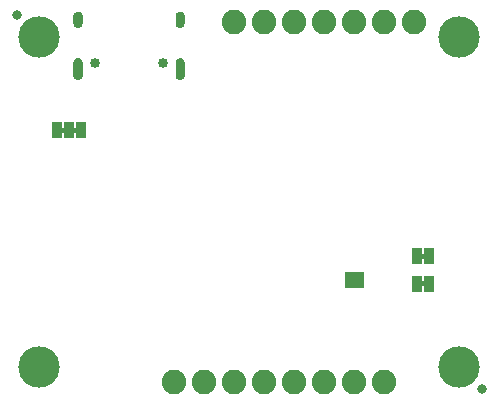
<source format=gbs>
G75*
%MOIN*%
%OFA0B0*%
%FSLAX25Y25*%
%IPPOS*%
%LPD*%
%AMOC8*
5,1,8,0,0,1.08239X$1,22.5*
%
%ADD10C,0.13800*%
%ADD11R,0.03300X0.05800*%
%ADD12C,0.00500*%
%ADD13C,0.03300*%
%ADD14C,0.08200*%
%ADD15C,0.03359*%
%ADD16C,0.00600*%
D10*
X0163333Y0085000D03*
X0303333Y0085000D03*
X0303333Y0194900D03*
X0163333Y0194900D03*
D11*
X0169333Y0163900D03*
X0173333Y0163900D03*
X0177333Y0163900D03*
X0266733Y0113900D03*
X0269933Y0113900D03*
X0289333Y0112800D03*
X0293333Y0112800D03*
X0293333Y0121900D03*
X0289333Y0121900D03*
D12*
X0290583Y0121860D02*
X0292083Y0121860D01*
X0292083Y0121400D02*
X0292083Y0122400D01*
X0290583Y0122400D01*
X0290583Y0121400D01*
X0292083Y0121400D01*
X0292083Y0122359D02*
X0290583Y0122359D01*
X0290583Y0113300D02*
X0290583Y0112300D01*
X0292083Y0112300D01*
X0292083Y0113300D01*
X0290583Y0113300D01*
X0290583Y0112887D02*
X0292083Y0112887D01*
X0292083Y0112388D02*
X0290583Y0112388D01*
X0176083Y0163400D02*
X0176083Y0164400D01*
X0170583Y0164400D01*
X0170583Y0163400D01*
X0176083Y0163400D01*
X0176083Y0163735D02*
X0170583Y0163735D01*
X0170583Y0164234D02*
X0176083Y0164234D01*
D13*
X0155833Y0202400D03*
X0310833Y0077500D03*
D14*
X0278333Y0080000D03*
X0268333Y0080000D03*
X0258333Y0080000D03*
X0248333Y0080000D03*
X0238333Y0080000D03*
X0228333Y0080000D03*
X0218333Y0080000D03*
X0208333Y0080000D03*
X0228333Y0199900D03*
X0238333Y0199900D03*
X0248333Y0199900D03*
X0258333Y0199900D03*
X0268333Y0199900D03*
X0278333Y0199900D03*
X0288333Y0199900D03*
D15*
X0204611Y0186389D03*
X0181855Y0186389D03*
D16*
X0177407Y0186323D02*
X0175044Y0186323D01*
X0175044Y0186468D02*
X0175044Y0182137D01*
X0175079Y0181854D01*
X0175180Y0181588D01*
X0175341Y0181354D01*
X0175555Y0181165D01*
X0175807Y0181033D01*
X0176083Y0180965D01*
X0176368Y0180965D01*
X0176644Y0181033D01*
X0176896Y0181165D01*
X0177110Y0181354D01*
X0177271Y0181588D01*
X0177372Y0181854D01*
X0177407Y0182137D01*
X0177407Y0186468D01*
X0177372Y0186750D01*
X0177271Y0187017D01*
X0177110Y0187251D01*
X0176896Y0187440D01*
X0176644Y0187572D01*
X0176368Y0187640D01*
X0176083Y0187640D01*
X0175807Y0187572D01*
X0175555Y0187440D01*
X0175341Y0187251D01*
X0175180Y0187017D01*
X0175079Y0186750D01*
X0175044Y0186468D01*
X0175144Y0186922D02*
X0177307Y0186922D01*
X0176743Y0187520D02*
X0175708Y0187520D01*
X0175044Y0185725D02*
X0177407Y0185725D01*
X0177407Y0185126D02*
X0175044Y0185126D01*
X0175044Y0184528D02*
X0177407Y0184528D01*
X0177407Y0183929D02*
X0175044Y0183929D01*
X0175044Y0183331D02*
X0177407Y0183331D01*
X0177407Y0182732D02*
X0175044Y0182732D01*
X0175045Y0182134D02*
X0177406Y0182134D01*
X0177235Y0181535D02*
X0175216Y0181535D01*
X0176083Y0198346D02*
X0176368Y0198346D01*
X0176644Y0198415D01*
X0176896Y0198547D01*
X0177110Y0198736D01*
X0177271Y0198970D01*
X0177372Y0199236D01*
X0177407Y0199519D01*
X0177407Y0201960D01*
X0177372Y0202242D01*
X0177271Y0202509D01*
X0177110Y0202743D01*
X0176896Y0202932D01*
X0176644Y0203064D01*
X0176368Y0203132D01*
X0176083Y0203132D01*
X0175807Y0203064D01*
X0175555Y0202932D01*
X0175341Y0202743D01*
X0175180Y0202509D01*
X0175079Y0202242D01*
X0175044Y0201960D01*
X0175044Y0199519D01*
X0175079Y0199236D01*
X0175180Y0198970D01*
X0175341Y0198736D01*
X0175555Y0198547D01*
X0175807Y0198415D01*
X0176083Y0198346D01*
X0175234Y0198892D02*
X0177217Y0198892D01*
X0177403Y0199490D02*
X0175048Y0199490D01*
X0175044Y0200089D02*
X0177407Y0200089D01*
X0177407Y0200687D02*
X0175044Y0200687D01*
X0175044Y0201286D02*
X0177407Y0201286D01*
X0177407Y0201884D02*
X0175044Y0201884D01*
X0175170Y0202483D02*
X0177281Y0202483D01*
X0176574Y0203081D02*
X0175877Y0203081D01*
X0209060Y0201960D02*
X0209060Y0199519D01*
X0209094Y0199236D01*
X0209195Y0198970D01*
X0209357Y0198736D01*
X0209570Y0198547D01*
X0209822Y0198415D01*
X0210099Y0198346D01*
X0210384Y0198346D01*
X0210660Y0198415D01*
X0210912Y0198547D01*
X0211125Y0198736D01*
X0211287Y0198970D01*
X0211388Y0199236D01*
X0211422Y0199519D01*
X0211422Y0201960D01*
X0211388Y0202242D01*
X0211287Y0202509D01*
X0211125Y0202743D01*
X0210912Y0202932D01*
X0210660Y0203064D01*
X0210384Y0203132D01*
X0210099Y0203132D01*
X0209822Y0203064D01*
X0209570Y0202932D01*
X0209357Y0202743D01*
X0209195Y0202509D01*
X0209094Y0202242D01*
X0209060Y0201960D01*
X0209060Y0201884D02*
X0211422Y0201884D01*
X0211422Y0201286D02*
X0209060Y0201286D01*
X0209060Y0200687D02*
X0211422Y0200687D01*
X0211422Y0200089D02*
X0209060Y0200089D01*
X0209064Y0199490D02*
X0211419Y0199490D01*
X0211233Y0198892D02*
X0209249Y0198892D01*
X0209186Y0202483D02*
X0211297Y0202483D01*
X0210590Y0203081D02*
X0209892Y0203081D01*
X0210099Y0187640D02*
X0210384Y0187640D01*
X0210660Y0187572D01*
X0210912Y0187440D01*
X0211125Y0187251D01*
X0211287Y0187017D01*
X0211388Y0186750D01*
X0211422Y0186468D01*
X0211422Y0182137D01*
X0211388Y0181854D01*
X0211287Y0181588D01*
X0211125Y0181354D01*
X0210912Y0181165D01*
X0210660Y0181033D01*
X0210384Y0180965D01*
X0210099Y0180965D01*
X0209822Y0181033D01*
X0209570Y0181165D01*
X0209357Y0181354D01*
X0209195Y0181588D01*
X0209094Y0181854D01*
X0209060Y0182137D01*
X0209060Y0186468D01*
X0209094Y0186750D01*
X0209195Y0187017D01*
X0209357Y0187251D01*
X0209570Y0187440D01*
X0209822Y0187572D01*
X0210099Y0187640D01*
X0209723Y0187520D02*
X0210759Y0187520D01*
X0211323Y0186922D02*
X0209159Y0186922D01*
X0209060Y0186323D02*
X0211422Y0186323D01*
X0211422Y0185725D02*
X0209060Y0185725D01*
X0209060Y0185126D02*
X0211422Y0185126D01*
X0211422Y0184528D02*
X0209060Y0184528D01*
X0209060Y0183929D02*
X0211422Y0183929D01*
X0211422Y0183331D02*
X0209060Y0183331D01*
X0209060Y0182732D02*
X0211422Y0182732D01*
X0211422Y0182134D02*
X0209061Y0182134D01*
X0209232Y0181535D02*
X0211250Y0181535D01*
M02*

</source>
